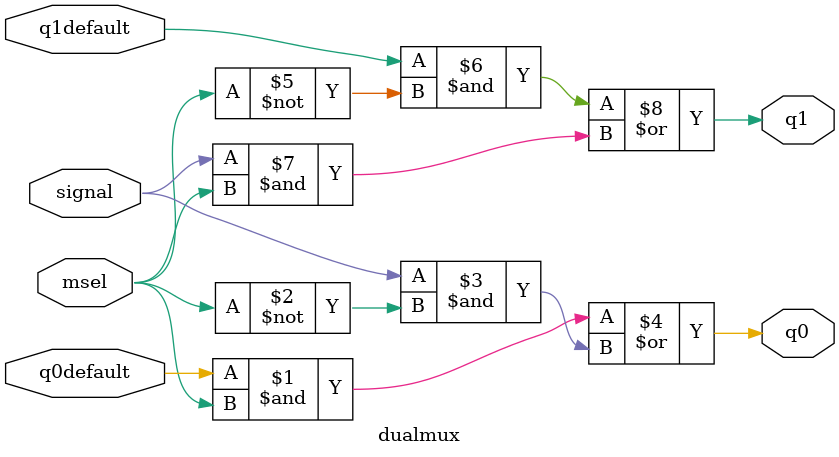
<source format=v>
`ifndef DUALMUX_V
`define DUALMUX_V

module dualmux(input msel, input q0default, q1default, signal, output q0, q1);
  assign q0 = q0default &  msel | signal & ~msel;
  assign q1 = q1default & ~msel | signal &  msel;
endmodule

`endif // DUALMUX_V

</source>
